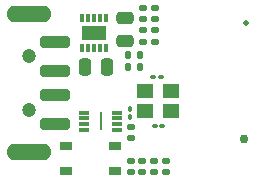
<source format=gbr>
%TF.GenerationSoftware,KiCad,Pcbnew,9.0.0*%
%TF.CreationDate,2025-08-25T21:43:05+03:00*%
%TF.ProjectId,Daredevil-mini,44617265-6465-4766-996c-2d6d696e692e,rev?*%
%TF.SameCoordinates,Original*%
%TF.FileFunction,Soldermask,Bot*%
%TF.FilePolarity,Negative*%
%FSLAX46Y46*%
G04 Gerber Fmt 4.6, Leading zero omitted, Abs format (unit mm)*
G04 Created by KiCad (PCBNEW 9.0.0) date 2025-08-25 21:43:05*
%MOMM*%
%LPD*%
G01*
G04 APERTURE LIST*
G04 Aperture macros list*
%AMRoundRect*
0 Rectangle with rounded corners*
0 $1 Rounding radius*
0 $2 $3 $4 $5 $6 $7 $8 $9 X,Y pos of 4 corners*
0 Add a 4 corners polygon primitive as box body*
4,1,4,$2,$3,$4,$5,$6,$7,$8,$9,$2,$3,0*
0 Add four circle primitives for the rounded corners*
1,1,$1+$1,$2,$3*
1,1,$1+$1,$4,$5*
1,1,$1+$1,$6,$7*
1,1,$1+$1,$8,$9*
0 Add four rect primitives between the rounded corners*
20,1,$1+$1,$2,$3,$4,$5,0*
20,1,$1+$1,$4,$5,$6,$7,0*
20,1,$1+$1,$6,$7,$8,$9,0*
20,1,$1+$1,$8,$9,$2,$3,0*%
G04 Aperture macros list end*
%ADD10C,0.500000*%
%ADD11C,0.750000*%
%ADD12RoundRect,0.135000X-0.135000X-0.185000X0.135000X-0.185000X0.135000X0.185000X-0.135000X0.185000X0*%
%ADD13C,1.200000*%
%ADD14RoundRect,0.250000X1.000000X0.250000X-1.000000X0.250000X-1.000000X-0.250000X1.000000X-0.250000X0*%
%ADD15O,3.800000X1.400000*%
%ADD16RoundRect,0.100000X-0.130000X-0.100000X0.130000X-0.100000X0.130000X0.100000X-0.130000X0.100000X0*%
%ADD17R,0.900000X0.300000*%
%ADD18R,0.250000X1.650000*%
%ADD19RoundRect,0.147500X-0.172500X0.147500X-0.172500X-0.147500X0.172500X-0.147500X0.172500X0.147500X0*%
%ADD20RoundRect,0.135000X0.135000X0.185000X-0.135000X0.185000X-0.135000X-0.185000X0.135000X-0.185000X0*%
%ADD21R,1.400000X1.200000*%
%ADD22R,1.050000X0.650000*%
%ADD23R,0.300000X0.800000*%
%ADD24R,2.050000X1.250000*%
%ADD25RoundRect,0.140000X-0.170000X0.140000X-0.170000X-0.140000X0.170000X-0.140000X0.170000X0.140000X0*%
%ADD26RoundRect,0.250000X-0.475000X0.250000X-0.475000X-0.250000X0.475000X-0.250000X0.475000X0.250000X0*%
%ADD27RoundRect,0.100000X0.130000X0.100000X-0.130000X0.100000X-0.130000X-0.100000X0.130000X-0.100000X0*%
%ADD28RoundRect,0.135000X0.185000X-0.135000X0.185000X0.135000X-0.185000X0.135000X-0.185000X-0.135000X0*%
%ADD29RoundRect,0.250000X-0.250000X-0.475000X0.250000X-0.475000X0.250000X0.475000X-0.250000X0.475000X0*%
%ADD30RoundRect,0.100000X0.100000X-0.130000X0.100000X0.130000X-0.100000X0.130000X-0.100000X-0.130000X0*%
G04 APERTURE END LIST*
D10*
%TO.C,MK3*%
X141380000Y-97452884D03*
%TD*%
D11*
%TO.C,MK4*%
X141260000Y-107270000D03*
%TD*%
D12*
%TO.C,R2*%
X131390000Y-101200000D03*
X132410000Y-101200000D03*
%TD*%
D13*
%TO.C,J1*%
X123000000Y-104800000D03*
X123000000Y-100300000D03*
D14*
X125250000Y-99050000D03*
X125250000Y-101550000D03*
X125250000Y-103550000D03*
X125250000Y-106050000D03*
D15*
X123000000Y-108400000D03*
X123000000Y-96700000D03*
%TD*%
D16*
%TO.C,C5*%
X133580000Y-102000000D03*
X134220000Y-102000000D03*
%TD*%
D17*
%TO.C,DD2*%
X127700000Y-106550000D03*
X127700000Y-106050000D03*
X127700000Y-105550000D03*
X127700000Y-105050000D03*
X130500000Y-105050000D03*
X130500000Y-105550000D03*
X130500000Y-106050000D03*
X130500000Y-106550000D03*
D18*
X129100000Y-105800000D03*
%TD*%
D19*
%TO.C,D3*%
X132645737Y-109131661D03*
X132645737Y-110101661D03*
%TD*%
%TO.C,D4*%
X131645737Y-109116661D03*
X131645737Y-110086661D03*
%TD*%
%TO.C,D5*%
X133710000Y-96200000D03*
X133710000Y-97170000D03*
%TD*%
D20*
%TO.C,R1*%
X132410000Y-100200000D03*
X131390000Y-100200000D03*
%TD*%
D21*
%TO.C,Y1*%
X132900000Y-103250000D03*
X135100000Y-103250000D03*
X135100000Y-104950000D03*
X132900000Y-104950000D03*
%TD*%
D22*
%TO.C,SW1*%
X130358017Y-107875846D03*
X126208017Y-107875846D03*
X130358017Y-110025846D03*
X126208017Y-110025846D03*
%TD*%
D19*
%TO.C,D6*%
X132710000Y-96200000D03*
X132710000Y-97170000D03*
%TD*%
D23*
%TO.C,DD1*%
X127562500Y-97050000D03*
X128062500Y-97050000D03*
X128562500Y-97050000D03*
X129062500Y-97050000D03*
X129562500Y-97050000D03*
X129562500Y-99550000D03*
X129062500Y-99550000D03*
X128562500Y-99550000D03*
X128062500Y-99550000D03*
X127562500Y-99550000D03*
D24*
X128562500Y-98300000D03*
%TD*%
D25*
%TO.C,C4*%
X131676295Y-106245911D03*
X131676295Y-107205911D03*
%TD*%
D19*
%TO.C,D1*%
X134645737Y-109131661D03*
X134645737Y-110101661D03*
%TD*%
D26*
%TO.C,C1*%
X131200000Y-97050000D03*
X131200000Y-98950000D03*
%TD*%
D19*
%TO.C,D2*%
X133625737Y-109116661D03*
X133625737Y-110086661D03*
%TD*%
D27*
%TO.C,C6*%
X134320000Y-106200000D03*
X133680000Y-106200000D03*
%TD*%
D28*
%TO.C,R10*%
X132700000Y-99110000D03*
X132700000Y-98090000D03*
%TD*%
%TO.C,R9*%
X133710000Y-99110000D03*
X133710000Y-98090000D03*
%TD*%
D29*
%TO.C,C2*%
X127750000Y-101200000D03*
X129650000Y-101200000D03*
%TD*%
D30*
%TO.C,C3*%
X131557260Y-105424568D03*
X131557260Y-104784568D03*
%TD*%
M02*

</source>
